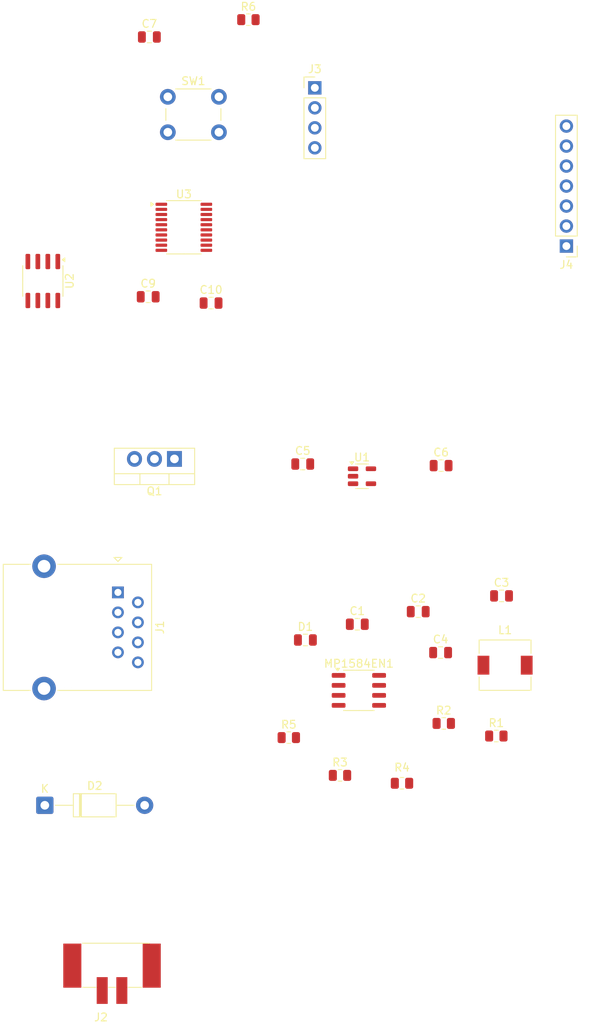
<source format=kicad_pcb>
(kicad_pcb (version 20241229) (generator "pcbnew") (generator_version "9.0")
  (layers (0 "F.Cu" signal) (2 "B.Cu" signal) (13 "F.Paste" user) (15 "B.Paste" user) (5 "F.SilkS" user "F.Silkscreen") (7 "B.SilkS" user "B.Silkscreen") (1 "F.Mask" user) (3 "B.Mask" user) (25 "Edge.Cuts" user))
  (net 0 "")
  (net 1 "GND")
  (net 2 "/NRST")
  (net 3 "+24V")
  (net 4 "/A485")
  (net 5 "/B485")
  (net 6 "/SWIM")
  (net 7 "+3.3V")
  (net 8 "/SV_SIGNAL")
  (net 9 "Net-(J2-Pin_1)")
  (net 10 "+5V")
  (net 12 "/485_EN")
  (net 13 "/UART_TX")
  (net 14 "/UART_RX")
  (net 15 "/S1")
  (net 19 "/S0")
  (net 21 "/S3")
  (net 22 "/A_IN")
  (net 26 "/S2")
  (net 27 "Net-(U3-VCAP)")
  (net 28 "Net-(MP1584EN1-COMP)")
  (net 29 "Net-(C3-Pad2)")
  (net 30 "Net-(MP1584EN1-BST)")
  (net 31 "Net-(D1-K)")
  (net 32 "Net-(MP1584EN1-EN)")
  (net 33 "Net-(MP1584EN1-FREQ)")
  (net 34 "Net-(MP1584EN1-FB)")
  (footprint "Capacitor_SMD:C_0805_2012Metric" (layer "F.Cu") (at 34.15 20.2)
    (property "Reference" "C7" (at 0 -1.68 0) (layer "F.SilkS"))
    (property "Value" "0.1uF")
    (fp_line (start -0.261252 -0.735) (end 0.261252 -0.735) (stroke (width 0.12)) (layer "F.SilkS"))
    (fp_line (start -0.261252 0.735) (end 0.261252 0.735) (stroke (width 0.12)) (layer "F.SilkS"))
    (pad "1" smd roundrect (at -0.95 0) (size 1 1.45) (layers "F.Cu" "F.Mask" "F.Paste") (net 2 "/NRST"))
    (pad "2" smd roundrect (at 0.95 0) (size 1 1.45) (layers "F.Cu" "F.Mask" "F.Paste") (net 1 "GND"))
  )
  (footprint "Capacitor_SMD:C_0805_2012Metric" (layer "F.Cu") (at 42 54)
    (property "Reference" "C10" (at 0 -1.68 0) (layer "F.SilkS"))
    (property "Value" "0.1uF")
    (fp_line (start -0.261252 -0.735) (end 0.261252 -0.735) (stroke (width 0.12)) (layer "F.SilkS"))
    (fp_line (start -0.261252 0.735) (end 0.261252 0.735) (stroke (width 0.12)) (layer "F.SilkS"))
    (pad "1" smd roundrect (at -0.95 0) (size 1 1.45) (layers "F.Cu" "F.Mask" "F.Paste") (net 1 "GND"))
    (pad "2" smd roundrect (at 0.95 0) (size 1 1.45) (layers "F.Cu" "F.Mask" "F.Paste") (net 7 "+3.3V"))
  )
  (footprint "Connector_PinHeader_2.54mm:PinHeader_1x04_P2.54mm_Vertical" (layer "F.Cu") (at 55.2 26.66)
    (property "Reference" "J3" (at 0 -2.38 0) (layer "F.SilkS"))
    (property "Value" "Conn_01x04")
    (fp_line (start -1.38 -1.38) (end 0 -1.38) (stroke (width 0.12)) (layer "F.SilkS"))
    (fp_line (start -1.38 0) (end -1.38 -1.38) (stroke (width 0.12)) (layer "F.SilkS"))
    (fp_line (start -1.38 1.27) (end -1.38 9) (stroke (width 0.12)) (layer "F.SilkS"))
    (fp_line (start -1.38 1.27) (end 1.38 1.27) (stroke (width 0.12)) (layer "F.SilkS"))
    (fp_line (start -1.38 9) (end 1.38 9) (stroke (width 0.12)) (layer "F.SilkS"))
    (fp_line (start 1.38 1.27) (end 1.38 9) (stroke (width 0.12)) (layer "F.SilkS"))
    (pad "1" thru_hole rect (at 0 0) (size 1.7 1.7) (drill 1) (layers "*.Cu" "*.Mask") (net 7 "+3.3V"))
    (pad "2" thru_hole circle (at 0 2.54) (size 1.7 1.7) (drill 1) (layers "*.Cu" "*.Mask") (net 1 "GND"))
    (pad "3" thru_hole circle (at 0 5.08) (size 1.7 1.7) (drill 1) (layers "*.Cu" "*.Mask") (net 2 "/NRST"))
    (pad "4" thru_hole circle (at 0 7.62) (size 1.7 1.7) (drill 1) (layers "*.Cu" "*.Mask") (net 6 "/SWIM"))
  )
  (footprint "Resistor_SMD:R_0805_2012Metric" (layer "F.Cu") (at 66.2875 115)
    (property "Reference" "R4" (at 0 -2 0) (layer "F.SilkS"))
    (property "Value" "100k")
    (fp_line (start -0.227064 -0.735) (end 0.227064 -0.735) (stroke (width 0.12)) (layer "F.SilkS"))
    (fp_line (start -0.227064 0.735) (end 0.227064 0.735) (stroke (width 0.12)) (layer "F.SilkS"))
    (pad "1" smd roundrect (at -0.9125 0) (size 1.025 1.4) (layers "F.Cu" "F.Mask" "F.Paste") (roundrect_rratio 0.243902) (net 33 "Net-(MP1584EN1-FREQ)"))
    (pad "2" smd roundrect (at 0.9125 0) (size 1.025 1.4) (layers "F.Cu" "F.Mask" "F.Paste") (roundrect_rratio 0.243902) (net 1 "GND"))
  )
  (footprint "Capacitor_SMD:C_0805_2012Metric" (layer "F.Cu") (at 71.2625 74.65)
    (property "Reference" "C6" (at 0 -1.68 0) (layer "F.SilkS"))
    (property "Value" "1uF")
    (fp_line (start -0.261252 -0.735) (end 0.261252 -0.735) (stroke (width 0.12)) (layer "F.SilkS"))
    (fp_line (start -0.261252 0.735) (end 0.261252 0.735) (stroke (width 0.12)) (layer "F.SilkS"))
    (pad "1" smd roundrect (at -0.95 0) (size 1 1.45) (layers "F.Cu" "F.Mask" "F.Paste") (net 7 "+3.3V"))
    (pad "2" smd roundrect (at 0.95 0) (size 1 1.45) (layers "F.Cu" "F.Mask" "F.Paste") (net 1 "GND"))
  )
  (footprint "Package_SO:SOIC-8_3.9x4.9mm_P1.27mm" (layer "F.Cu") (at 20.6 51.2 -90)
    (property "Reference" "U2" (at 0 -3.4 90) (layer "F.SilkS"))
    (property "Value" "MAX485E")
    (fp_line (start 0 2.559999) (end -1.95 2.56) (stroke (width 0.12)) (layer "F.SilkS"))
    (fp_line (start 0 2.559999) (end 1.95 2.56) (stroke (width 0.12)) (layer "F.SilkS"))
    (fp_line (start 0 -2.559999) (end -1.95 -2.56) (stroke (width 0.12)) (layer "F.SilkS"))
    (fp_line (start 0 -2.559999) (end 1.95 -2.56) (stroke (width 0.12)) (layer "F.SilkS"))
    (fp_poly (pts (xy -2.7 -2.465) (xy -2.939999 -2.795) (xy -2.46 -2.795)) (stroke (width 0.12)) (fill yes) (layer "F.SilkS"))
    (pad "1" smd roundrect (at -2.475 -1.905 270) (size 1.95 0.6) (layers "F.Cu" "F.Mask" "F.Paste") (net 14 "/UART_RX"))
    (pad "2" smd roundrect (at -2.475 -0.635 270) (size 1.95 0.6) (layers "F.Cu" "F.Mask" "F.Paste") (net 12 "/485_EN"))
    (pad "3" smd roundrect (at -2.475 0.635 270) (size 1.95 0.6) (layers "F.Cu" "F.Mask" "F.Paste") (net 12 "/485_EN"))
    (pad "4" smd roundrect (at -2.475 1.905 270) (size 1.95 0.6) (layers "F.Cu" "F.Mask" "F.Paste") (net 13 "/UART_TX"))
    (pad "5" smd roundrect (at 2.475 1.905 270) (size 1.95 0.6) (layers "F.Cu" "F.Mask" "F.Paste") (net 1 "GND"))
    (pad "6" smd roundrect (at 2.475 0.635 270) (size 1.95 0.6) (layers "F.Cu" "F.Mask" "F.Paste") (net 4 "/A485"))
    (pad "7" smd roundrect (at 2.475 -0.635 270) (size 1.95 0.6) (layers "F.Cu" "F.Mask" "F.Paste") (net 5 "/B485"))
    (pad "8" smd roundrect (at 2.475 -1.905 270) (size 1.95 0.6) (layers "F.Cu" "F.Mask" "F.Paste") (net 10 "+5V"))
  )
  (footprint "Resistor_SMD:R_0805_2012Metric" (layer "F.Cu") (at 58.4 114)
    (property "Reference" "R3" (at 0 -1.65 0) (layer "F.SilkS"))
    (property "Value" "100k")
    (fp_line (start -0.227064 -0.735) (end 0.227064 -0.735) (stroke (width 0.12)) (layer "F.SilkS"))
    (fp_line (start -0.227064 0.735) (end 0.227064 0.735) (stroke (width 0.12)) (layer "F.SilkS"))
    (pad "1" smd roundrect (at -0.9125 0) (size 1.025 1.4) (layers "F.Cu" "F.Mask" "F.Paste") (roundrect_rratio 0.243902) (net 1 "GND"))
    (pad "2" smd roundrect (at 0.9125 0) (size 1.025 1.4) (layers "F.Cu" "F.Mask" "F.Paste") (roundrect_rratio 0.243902) (net 29 "Net-(C3-Pad2)"))
  )
  (footprint "Capacitor_SMD:C_0805_2012Metric" (layer "F.Cu") (at 71.2 98.4)
    (property "Reference" "C4" (at 0 -1.68 0) (layer "F.SilkS"))
    (property "Value" "100nF")
    (fp_line (start -0.261252 -0.735) (end 0.261252 -0.735) (stroke (width 0.12)) (layer "F.SilkS"))
    (fp_line (start -0.261252 0.735) (end 0.261252 0.735) (stroke (width 0.12)) (layer "F.SilkS"))
    (pad "1" smd roundrect (at -0.95 0) (size 1 1.45) (layers "F.Cu" "F.Mask" "F.Paste") (net 30 "Net-(MP1584EN1-BST)"))
    (pad "2" smd roundrect (at 0.95 0) (size 1 1.45) (layers "F.Cu" "F.Mask" "F.Paste") (net 31 "Net-(D1-K)"))
  )
  (footprint "Resistor_SMD:R_0805_2012Metric" (layer "F.Cu") (at 78.2875 109)
    (property "Reference" "R1" (at 0 -1.65 0) (layer "F.SilkS"))
    (property "Value" "210k")
    (fp_line (start -0.227064 -0.735) (end 0.227064 -0.735) (stroke (width 0.12)) (layer "F.SilkS"))
    (fp_line (start -0.227064 0.735) (end 0.227064 0.735) (stroke (width 0.12)) (layer "F.SilkS"))
    (pad "1" smd roundrect (at -0.9125 0) (size 1.025 1.4) (layers "F.Cu" "F.Mask" "F.Paste") (roundrect_rratio 0.243902) (net 34 "Net-(MP1584EN1-FB)"))
    (pad "2" smd roundrect (at 0.9125 0) (size 1.025 1.4) (layers "F.Cu" "F.Mask" "F.Paste") (roundrect_rratio 0.243902) (net 10 "+5V"))
  )
  (footprint "Package_SO:TSSOP-20_4.4x6.5mm_P0.65mm" (layer "F.Cu") (at 38.5375 44.375)
    (property "Reference" "U3" (at 0 -4.2 0) (layer "F.SilkS"))
    (property "Value" "STM8S003F3P")
    (fp_line (start 0 -3.385) (end -2.2 -3.385) (stroke (width 0.12)) (layer "F.SilkS"))
    (fp_line (start 0 -3.385) (end 2.2 -3.385) (stroke (width 0.12)) (layer "F.SilkS"))
    (fp_line (start 0 3.385) (end -2.2 3.385) (stroke (width 0.12)) (layer "F.SilkS"))
    (fp_line (start 0 3.385) (end 2.2 3.385) (stroke (width 0.12)) (layer "F.SilkS"))
    (fp_poly (pts (xy -3.86 -2.925) (xy -4.19 -2.685) (xy -4.19 -3.165)) (stroke (width 0.12)) (fill yes) (layer "F.SilkS"))
    (pad "1" smd roundrect (at -2.8625 -2.925) (size 1.475 0.4) (layers "F.Cu" "F.Mask" "F.Paste") (net 12 "/485_EN"))
    (pad "2" smd roundrect (at -2.8625 -2.275) (size 1.475 0.4) (layers "F.Cu" "F.Mask" "F.Paste") (net 13 "/UART_TX"))
    (pad "3" smd roundrect (at -2.8625 -1.625) (size 1.475 0.4) (layers "F.Cu" "F.Mask" "F.Paste") (net 14 "/UART_RX"))
    (pad "4" smd roundrect (at -2.8625 -0.975) (size 1.475 0.4) (layers "F.Cu" "F.Mask" "F.Paste"))
    (pad "5" smd roundrect (at -2.8625 -0.325) (size 1.475 0.4) (layers "F.Cu" "F.Mask" "F.Paste"))
    (pad "6" smd roundrect (at -2.8625 0.325) (size 1.475 0.4) (layers "F.Cu" "F.Mask" "F.Paste"))
    (pad "7" smd roundrect (at -2.8625 0.975) (size 1.475 0.4) (layers "F.Cu" "F.Mask" "F.Paste") (net 1 "GND"))
    (pad "8" smd roundrect (at -2.8625 1.625) (size 1.475 0.4) (layers "F.Cu" "F.Mask" "F.Paste") (net 27 "Net-(U3-VCAP)"))
    (pad "9" smd roundrect (at -2.8625 2.275) (size 1.475 0.4) (layers "F.Cu" "F.Mask" "F.Paste") (net 7 "+3.3V"))
    (pad "10" smd roundrect (at -2.8625 2.925) (size 1.475 0.4) (layers "F.Cu" "F.Mask" "F.Paste"))
    (pad "11" smd roundrect (at 2.8625 2.925) (size 1.475 0.4) (layers "F.Cu" "F.Mask" "F.Paste"))
    (pad "12" smd roundrect (at 2.8625 2.275) (size 1.475 0.4) (layers "F.Cu" "F.Mask" "F.Paste") (net 22 "/A_IN"))
    (pad "13" smd roundrect (at 2.8625 1.625) (size 1.475 0.4) (layers "F.Cu" "F.Mask" "F.Paste"))
    (pad "14" smd roundrect (at 2.8625 0.975) (size 1.475 0.4) (layers "F.Cu" "F.Mask" "F.Paste") (net 19 "/S0"))
    (pad "15" smd roundrect (at 2.8625 0.325) (size 1.475 0.4) (layers "F.Cu" "F.Mask" "F.Paste") (net 15 "/S1"))
    (pad "16" smd roundrect (at 2.8625 -0.325) (size 1.475 0.4) (layers "F.Cu" "F.Mask" "F.Paste") (net 26 "/S2"))
    (pad "17" smd roundrect (at 2.8625 -0.975) (size 1.475 0.4) (layers "F.Cu" "F.Mask" "F.Paste") (net 21 "/S3"))
    (pad "18" smd roundrect (at 2.8625 -1.625) (size 1.475 0.4) (layers "F.Cu" "F.Mask" "F.Paste") (net 6 "/SWIM"))
    (pad "19" smd roundrect (at 2.8625 -2.275) (size 1.475 0.4) (layers "F.Cu" "F.Mask" "F.Paste") (net 8 "/SV_SIGNAL"))
    (pad "20" smd roundrect (at 2.8625 -2.925) (size 1.475 0.4) (layers "F.Cu" "F.Mask" "F.Paste"))
  )
  (footprint "Package_TO_SOT_SMD:SOT-23-5" (layer "F.Cu") (at 61.2 76)
    (property "Reference" "U1" (at 0 -2.4 0) (layer "F.SilkS"))
    (property "Value" "AP2112K-3.3")
    (fp_line (start 0 -1.56) (end -0.8 -1.56) (stroke (width 0.12)) (layer "F.SilkS"))
    (fp_line (start 0 -1.56) (end 0.8 -1.56) (stroke (width 0.12)) (layer "F.SilkS"))
    (fp_line (start 0 1.56) (end -0.8 1.56) (stroke (width 0.12)) (layer "F.SilkS"))
    (fp_line (start 0 1.56) (end 0.8 1.56) (stroke (width 0.12)) (layer "F.SilkS"))
    (fp_poly (pts (xy -1.3 -1.51) (xy -1.54 -1.84) (xy -1.06 -1.84)) (stroke (width 0.12)) (fill yes) (layer "F.SilkS"))
    (pad "1" smd roundrect (at -1.1375 -0.95) (size 1.325 0.6) (layers "F.Cu" "F.Mask" "F.Paste") (net 10 "+5V"))
    (pad "2" smd roundrect (at -1.1375 0) (size 1.325 0.6) (layers "F.Cu" "F.Mask" "F.Paste") (net 1 "GND"))
    (pad "3" smd roundrect (at -1.1375 0.95) (size 1.325 0.6) (layers "F.Cu" "F.Mask" "F.Paste") (net 10 "+5V"))
    (pad "4" smd roundrect (at 1.1375 0.95) (size 1.325 0.6) (layers "F.Cu" "F.Mask" "F.Paste"))
    (pad "5" smd roundrect (at 1.1375 -0.95) (size 1.325 0.6) (layers "F.Cu" "F.Mask" "F.Paste") (net 7 "+3.3V"))
  )
  (footprint "TerminalBlock_Phoenix:TerminalBlock_Phoenix_PTSM-0,5-2-2,5-V-SMD_1x02-1MP_P2.50mm_Vertical" (layer "F.Cu") (at 29.4 139.2)
    (property "Reference" "J2" (at -1.4 5.53 0) (layer "F.SilkS"))
    (property "Value" "Screw_Terminal_01x02")
    (fp_line (start -3.75 -3.88) (end 4.75 -3.88) (stroke (width 0.12)) (layer "F.SilkS"))
    (fp_line (start -2.05 1.73) (end -3.75 1.73) (stroke (width 0.12)) (layer "F.SilkS"))
    (fp_line (start 0.45 1.73) (end -0.45 1.73) (stroke (width 0.12)) (layer "F.SilkS"))
    (fp_line (start 3.75 1.73) (end 2.05 1.73) (stroke (width 0.12)) (layer "F.SilkS"))
    (pad "1" smd rect (at -1.25 2.13 180) (size 1.4 3.4) (layers "F.Cu" "F.Mask" "F.Paste") (net 9 "Net-(J2-Pin_1)"))
    (pad "2" smd rect (at 1.25 2.13 180) (size 1.4 3.4) (layers "F.Cu" "F.Mask" "F.Paste") (net 3 "+24V"))
    (pad "MP" smd rect (at -5.05 -1.03 180) (size 2.3 5.6) (layers "F.Cu" "F.Mask" "F.Paste"))
    (pad "MP" smd rect (at 5.05 -1.03 180) (size 2.3 5.6) (layers "F.Cu" "F.Mask" "F.Paste"))
  )
  (footprint "Capacitor_SMD:C_0805_2012Metric" (layer "F.Cu") (at 78.95 91.2)
    (property "Reference" "C3" (at 0 -1.68 0) (layer "F.SilkS"))
    (property "Value" "150pF")
    (fp_line (start -0.261252 -0.735) (end 0.261252 -0.735) (stroke (width 0.12)) (layer "F.SilkS"))
    (fp_line (start -0.261252 0.735) (end 0.261252 0.735) (stroke (width 0.12)) (layer "F.SilkS"))
    (pad "1" smd roundrect (at -0.95 0) (size 1 1.45) (layers "F.Cu" "F.Mask" "F.Paste") (net 28 "Net-(MP1584EN1-COMP)"))
    (pad "2" smd roundrect (at 0.95 0) (size 1 1.45) (layers "F.Cu" "F.Mask" "F.Paste") (net 29 "Net-(C3-Pad2)"))
  )
  (footprint "Capacitor_SMD:C_0805_2012Metric" (layer "F.Cu") (at 68.35 93.2)
    (property "Reference" "C2" (at 0 -1.68 0) (layer "F.SilkS"))
    (property "Value" "22uF 6.3V")
    (fp_line (start -0.261252 -0.735) (end 0.261252 -0.735) (stroke (width 0.12)) (layer "F.SilkS"))
    (fp_line (start -0.261252 0.735) (end 0.261252 0.735) (stroke (width 0.12)) (layer "F.SilkS"))
    (pad "1" smd roundrect (at -0.95 0) (size 1 1.45) (layers "F.Cu" "F.Mask" "F.Paste") (net 1 "GND"))
    (pad "2" smd roundrect (at 0.95 0) (size 1 1.45) (layers "F.Cu" "F.Mask" "F.Paste") (net 10 "+5V"))
  )
  (footprint "Connector_RJ:RJ45_Ninigi_GE" (layer "F.Cu") (at 30.155 90.755001 -90)
    (property "Reference" "J1" (at 4.445 -5.34 90) (layer "F.SilkS"))
    (property "Value" "8P8C")
    (fp_line (start 12.455 14.59) (end -3.565 14.59) (stroke (width 0.12)) (layer "F.SilkS"))
    (fp_line (start 12.455 11.150001) (end 12.455 14.59) (stroke (width 0.12)) (layer "F.SilkS"))
    (fp_line (start -3.565 11.15) (end -3.565 14.59) (stroke (width 0.12)) (layer "F.SilkS"))
    (fp_line (start -4.441 0.508) (end -3.933 0) (stroke (width 0.12)) (layer "F.SilkS"))
    (fp_line (start -3.933 0) (end -4.441 -0.508) (stroke (width 0.12)) (layer "F.SilkS"))
    (fp_line (start -4.441 -0.508) (end -4.441 0.508) (stroke (width 0.12)) (layer "F.SilkS"))
    (fp_line (start -3.565 -4.28) (end -3.565 7.65) (stroke (width 0.12)) (layer "F.SilkS"))
    (fp_line (start 12.455 -4.28) (end 12.455 7.65) (stroke (width 0.12)) (layer "F.SilkS"))
    (fp_line (start 12.455 -4.28) (end -3.565 -4.28) (stroke (width 0.12)) (layer "F.SilkS"))
    (pad "" np_thru_hole circle (at -1.270001 6.35 270) (size 3.25 3.25) (drill 3.25) (layers "*.Cu" "*.Mask"))
    (pad "" np_thru_hole circle (at 10.16 6.35 90) (size 3.25 3.25) (drill 3.25) (layers "*.Cu" "*.Mask"))
    (pad "1" thru_hole rect (at 0 0 90) (size 1.5 1.5) (drill 0.9) (layers "*.Cu" "*.Mask") (net 4 "/A485"))
    (pad "2" thru_hole circle (at 1.27 -2.54 90) (size 1.5 1.5) (drill 0.9) (layers "*.Cu" "*.Mask") (net 5 "/B485"))
    (pad "3" thru_hole circle (at 2.54 0 90) (size 1.5 1.5) (drill 0.9) (layers "*.Cu" "*.Mask") (net 1 "GND"))
    (pad "4" thru_hole circle (at 3.81 -2.54 90) (size 1.5 1.5) (drill 0.9) (layers "*.Cu" "*.Mask") (net 1 "GND"))
    (pad "5" thru_hole circle (at 5.079999 0 90) (size 1.5 1.5) (drill 0.9) (layers "*.Cu" "*.Mask") (net 1 "GND"))
    (pad "6" thru_hole circle (at 6.35 -2.54 90) (size 1.5 1.5) (drill 0.9) (layers "*.Cu" "*.Mask") (net 3 "+24V"))
    (pad "7" thru_hole circle (at 7.62 0 90) (size 1.5 1.5) (drill 0.9) (layers "*.Cu" "*.Mask") (net 3 "+24V"))
    (pad "8" thru_hole circle (at 8.89 -2.54 90) (size 1.5 1.5) (drill 0.9) (layers "*.Cu" "*.Mask") (net 3 "+24V"))
    (pad "SH" thru_hole circle (at -3.325 9.4 270) (size 3 3) (drill 1.6) (layers "*.Cu" "*.Mask"))
    (pad "SH" thru_hole circle (at 12.215 9.4 90) (size 3 3) (drill 1.6) (layers "*.Cu" "*.Mask"))
  )
  (footprint "Capacitor_SMD:C_0805_2012Metric" (layer "F.Cu") (at 54 96.8)
    (property "Reference" "D1" (at 0 -1.68 0) (layer "F.SilkS"))
    (property "Value" "~")
    (fp_line (start -0.261252 -0.735) (end 0.261252 -0.735) (stroke (width 0.12)) (layer "F.SilkS"))
    (fp_line (start -0.261252 0.735) (end 0.261252 0.735) (stroke (width 0.12)) (layer "F.SilkS"))
    (pad "1" smd roundrect (at -0.95 0) (size 1 1.45) (layers "F.Cu" "F.Mask" "F.Paste") (net 31 "Net-(D1-K)"))
    (pad "2" smd roundrect (at 0.95 0) (size 1 1.45) (layers "F.Cu" "F.Mask" "F.Paste") (net 1 "GND"))
  )
  (footprint "Resistor_SMD:R_0805_2012Metric" (layer "F.Cu") (at 46.75 18)
    (property "Reference" "R6" (at 0 -1.65 0) (layer "F.SilkS"))
    (property "Value" "10K")
    (fp_line (start -0.227064 -0.735) (end 0.227064 -0.735) (stroke (width 0.12)) (layer "F.SilkS"))
    (fp_line (start -0.227064 0.735) (end 0.227064 0.735) (stroke (width 0.12)) (layer "F.SilkS"))
    (pad "1" smd roundrect (at -0.9125 0) (size 1.025 1.4) (layers "F.Cu" "F.Mask" "F.Paste") (roundrect_rratio 0.243902) (net 10 "+5V"))
    (pad "2" smd roundrect (at 0.9125 0) (size 1.025 1.4) (layers "F.Cu" "F.Mask" "F.Paste") (roundrect_rratio 0.243902) (net 2 "/NRST"))
  )
  (footprint "Package_TO_SOT_THT:TO-220-3_Vertical" (layer "F.Cu") (at 37.34 73.8 180)
    (property "Reference" "Q1" (at 2.54 -4.1 0) (layer "F.SilkS"))
    (property "Value" "IRLZ44N")
    (fp_line (start 7.65 1.36) (end -2.57 1.36) (stroke (width 0.12)) (layer "F.SilkS"))
    (fp_line (start 7.65 -3.26) (end 7.65 1.36) (stroke (width 0.12)) (layer "F.SilkS"))
    (fp_line (start 4.39 -3.26) (end 4.39 -1.88) (stroke (width 0.12)) (layer "F.SilkS"))
    (fp_line (start 0.69 -3.26) (end 0.69 -1.88) (stroke (width 0.12)) (layer "F.SilkS"))
    (fp_line (start -2.57 1.36) (end -2.57 -3.260001) (stroke (width 0.12)) (layer "F.SilkS"))
    (fp_line (start -2.57 -1.88) (end 7.65 -1.88) (stroke (width 0.12)) (layer "F.SilkS"))
    (fp_line (start -2.57 -3.260001) (end 7.65 -3.26) (stroke (width 0.12)) (layer "F.SilkS"))
    (pad "1" thru_hole rect (at 0 0 180) (size 1.905 2) (drill 1.1) (layers "*.Cu" "*.Mask") (net 8 "/SV_SIGNAL"))
    (pad "2" thru_hole oval (at 2.54 0 180) (size 1.905 2) (drill 1.1) (layers "*.Cu" "*.Mask") (net 9 "Net-(J2-Pin_1)"))
    (pad "3" thru_hole oval (at 5.079999 0 180) (size 1.905 2) (drill 1.1) (layers "*.Cu" "*.Mask") (net 1 "GND"))
  )
  (footprint "Inductor_SMD:L_6.3x6.3_H3" (layer "F.Cu") (at 79.4 100)
    (property "Reference" "L1" (at 0 -4.45 0) (layer "F.SilkS"))
    (property "Value" "15uH")
    (fp_line (start -3.3 -3.2) (end 3.3 -3.2) (stroke (width 0.12)) (layer "F.SilkS"))
    (fp_line (start -3.3 -1.5) (end -3.3 -3.2) (stroke (width 0.12)) (layer "F.SilkS"))
    (fp_line (start -3.3 3.2) (end -3.3 1.5) (stroke (width 0.12)) (layer "F.SilkS"))
    (fp_line (start 3.3 -3.2) (end 3.3 -1.5) (stroke (width 0.12)) (layer "F.SilkS"))
    (fp_line (start 3.3 1.5) (end 3.3 3.2) (stroke (width 0.12)) (layer "F.SilkS"))
    (fp_line (start 3.3 3.2) (end -3.3 3.2) (stroke (width 0.12)) (layer "F.SilkS"))
    (pad "1" smd rect (at -2.75 0) (size 1.5 2.4) (layers "F.Cu" "F.Mask" "F.Paste") (net 31 "Net-(D1-K)"))
    (pad "2" smd rect (at 2.75 0) (size 1.5 2.4) (layers "F.Cu" "F.Mask" "F.Paste") (net 10 "+5V"))
  )
  (footprint "Resistor_SMD:R_0805_2012Metric" (layer "F.Cu") (at 71.6 107.4)
    (property "Reference" "R2" (at 0 -1.65 0) (layer "F.SilkS"))
    (property "Value" "40.2k")
    (fp_line (start -0.227064 -0.735) (end 0.227064 -0.735) (stroke (width 0.12)) (layer "F.SilkS"))
    (fp_line (start -0.227064 0.735) (end 0.227064 0.735) (stroke (width 0.12)) (layer "F.SilkS"))
    (pad "1" smd roundrect (at -0.9125 0) (size 1.025 1.4) (layers "F.Cu" "F.Mask" "F.Paste") (roundrect_rratio 0.243902) (net 34 "Net-(MP1584EN1-FB)"))
    (pad "2" smd roundrect (at 0.9125 0) (size 1.025 1.4) (layers "F.Cu" "F.Mask" "F.Paste") (roundrect_rratio 0.243902) (net 1 "GND"))
  )
  (footprint "Capacitor_SMD:C_0805_2012Metric" (layer "F.Cu") (at 53.6625 74.45)
    (property "Reference" "C5" (at 0 -1.68 0) (layer "F.SilkS"))
    (property "Value" "1uF")
    (fp_line (start -0.261252 -0.735) (end 0.261252 -0.735) (stroke (width 0.12)) (layer "F.SilkS"))
    (fp_line (start -0.261252 0.735) (end 0.261252 0.735) (stroke (width 0.12)) (layer "F.SilkS"))
    (pad "1" smd roundrect (at -0.95 0) (size 1 1.45) (layers "F.Cu" "F.Mask" "F.Paste") (net 10 "+5V"))
    (pad "2" smd roundrect (at 0.95 0) (size 1 1.45) (layers "F.Cu" "F.Mask" "F.Paste") (net 1 "GND"))
  )
  (footprint "Capacitor_SMD:C_0805_2012Metric" (layer "F.Cu") (at 34 53.2)
    (property "Reference" "C9" (at 0 -1.68 0) (layer "F.SilkS"))
    (property "Value" "1uF")
    (fp_line (start -0.261252 -0.735) (end 0.261252 -0.735) (stroke (width 0.12)) (layer "F.SilkS"))
    (fp_line (start -0.261252 0.735) (end 0.261252 0.735) (stroke (width 0.12)) (layer "F.SilkS"))
    (pad "1" smd roundrect (at -0.95 0) (size 1 1.45) (layers "F.Cu" "F.Mask" "F.Paste") (net 27 "Net-(U3-VCAP)"))
    (pad "2" smd roundrect (at 0.95 0) (size 1 1.45) (layers "F.Cu" "F.Mask" "F.Paste") (net 1 "GND"))
  )
  (footprint "Diode_THT:D_DO-41_SOD81_P12.70mm_Horizontal" (layer "F.Cu") (at 20.85 117.8)
    (property "Reference" "D2" (at 6.35 -2.47 0) (layer "F.SilkS"))
    (property "Value" "FR107/1N4007")
    (fp_line (start 1.34 0) (end 3.63 0) (stroke (width 0.12)) (layer "F.SilkS"))
    (fp_line (start 4.41 -1.47) (end 4.41 1.47) (stroke (width 0.12)) (layer "F.SilkS"))
    (fp_line (start 4.53 -1.47) (end 4.53 1.47) (stroke (width 0.12)) (layer "F.SilkS"))
    (fp_line (start 4.65 -1.47) (end 4.65 1.47) (stroke (width 0.12)) (layer "F.SilkS"))
    (fp_line (start 11.36 0) (end 9.07 0) (stroke (width 0.12)) (layer "F.SilkS"))
    (fp_rect (start 3.63 -1.47) (end 9.07 1.47) (stroke (width 0.12)) (fill no) (layer "F.SilkS"))
    (fp_text user "K" (at 0 -2.1 0) (layer "F.SilkS"))
    (pad "1" thru_hole roundrect (at 0 0) (size 2.2 2.2) (drill 1.1) (layers "*.Cu" "*.Mask") (roundrect_rratio 0.113636) (net 3 "+24V"))
    (pad "2" thru_hole circle (at 12.7 0) (size 2.2 2.2) (drill 1.1) (layers "*.Cu" "*.Mask") (net 1 "GND"))
  )
  (footprint "Button_Switch_THT:SW_PUSH_6mm" (layer "F.Cu") (at 36.5 27.8)
    (property "Reference" "SW1" (at 3.25 -2 0) (layer "F.SilkS"))
    (property "Value" "RST")
    (fp_line (start -0.25 1.5) (end -0.25 3) (stroke (width 0.12)) (layer "F.SilkS"))
    (fp_line (start 1 5.5) (end 5.5 5.5) (stroke (width 0.12)) (layer "F.SilkS"))
    (fp_line (start 5.5 -1) (end 1 -1) (stroke (width 0.12)) (layer "F.SilkS"))
    (fp_line (start 6.75 3) (end 6.75 1.5) (stroke (width 0.12)) (layer "F.SilkS"))
    (pad "1" thru_hole circle (at 0 0 90) (size 2 2) (drill 1.1) (layers "*.Cu" "*.Mask") (net 1 "GND"))
    (pad "1" thru_hole circle (at 6.5 0 90) (size 2 2) (drill 1.1) (layers "*.Cu" "*.Mask") (net 1 "GND"))
    (pad "2" thru_hole circle (at 0 4.5 90) (size 2 2) (drill 1.1) (layers "*.Cu" "*.Mask") (net 2 "/NRST"))
    (pad "2" thru_hole circle (at 6.5 4.5 90) (size 2 2) (drill 1.1) (layers "*.Cu" "*.Mask") (net 2 "/NRST"))
  )
  (footprint "Capacitor_SMD:C_0805_2012Metric" (layer "F.Cu") (at 60.6 94.8)
    (property "Reference" "C1" (at 0 -1.68 0) (layer "F.SilkS"))
    (property "Value" "10uF 50v")
    (fp_line (start -0.261252 -0.735) (end 0.261252 -0.735) (stroke (width 0.12)) (layer "F.SilkS"))
    (fp_line (start -0.261252 0.735) (end 0.261252 0.735) (stroke (width 0.12)) (layer "F.SilkS"))
    (pad "1" smd roundrect (at -0.95 0) (size 1 1.45) (layers "F.Cu" "F.Mask" "F.Paste") (net 1 "GND"))
    (pad "2" smd roundrect (at 0.95 0) (size 1 1.45) (layers "F.Cu" "F.Mask" "F.Paste") (net 3 "+24V"))
  )
  (footprint "Resistor_SMD:R_0805_2012Metric" (layer "F.Cu") (at 51.8875 109.2)
    (property "Reference" "R5" (at 0 -1.65 0) (layer "F.SilkS"))
    (property "Value" "100k")
    (fp_line (start -0.227064 -0.735) (end 0.227064 -0.735) (stroke (width 0.12)) (layer "F.SilkS"))
    (fp_line (start -0.227064 0.735) (end 0.227064 0.735) (stroke (width 0.12)) (layer "F.SilkS"))
    (pad "1" smd roundrect (at -0.9125 0) (size 1.025 1.4) (layers "F.Cu" "F.Mask" "F.Paste") (roundrect_rratio 0.243902) (net 3 "+24V"))
    (pad "2" smd roundrect (at 0.9125 0) (size 1.025 1.4) (layers "F.Cu" "F.Mask" "F.Paste") (roundrect_rratio 0.243902) (net 32 "Net-(MP1584EN1-EN)"))
  )
  (footprint "Connector_PinHeader_2.54mm:PinHeader_1x07_P2.54mm_Vertical" (layer "F.Cu") (at 87.2 46.76 180)
    (property "Reference" "J4" (at 0 -2.38 0) (layer "F.SilkS"))
    (property "Value" "Conn_01x07")
    (fp_line (start 1.38 1.27) (end 1.38 16.62) (stroke (width 0.12)) (layer "F.SilkS"))
    (fp_line (start -1.379999 0) (end -1.38 -1.38) (stroke (width 0.12)) (layer "F.SilkS"))
    (fp_line (start -1.38 16.62) (end 1.38 16.62) (stroke (width 0.12)) (layer "F.SilkS"))
    (fp_line (start -1.38 1.27) (end 1.38 1.27) (stroke (width 0.12)) (layer "F.SilkS"))
    (fp_line (start -1.38 1.27) (end -1.38 16.62) (stroke (width 0.12)) (layer "F.SilkS"))
    (fp_line (start -1.38 -1.38) (end 0 -1.379999) (stroke (width 0.12)) (layer "F.SilkS"))
    (pad "1" thru_hole rect (at 0 0 180) (size 1.7 1.7) (drill 1) (layers "*.Cu" "*.Mask") (net 22 "/A_IN"))
    (pad "2" thru_hole circle (at 0 2.54 180) (size 1.7 1.7) (drill 1) (layers "*.Cu" "*.Mask") (net 19 "/S0"))
    (pad "3" thru_hole circle (at 0 5.079999 180) (size 1.7 1.7) (drill 1) (layers "*.Cu" "*.Mask") (net 15 "/S1"))
    (pad "4" thru_hole circle (at 0 7.62 180) (size 1.7 1.7) (drill 1) (layers "*.Cu" "*.Mask") (net 26 "/S2"))
    (pad "5" thru_hole circle (at 0 10.16 180) (size 1.7 1.7) (drill 1) (layers "*.Cu" "*.Mask") (net 21 "/S3"))
    (pad "6" thru_hole circle (at 0 12.7 180) (size 1.7 1.7) (drill 1) (layers "*.Cu" "*.Mask") (net 1 "GND"))
    (pad "7" thru_hole circle (at 0 15.24 180) (size 1.7 1.7) (drill 1) (layers "*.Cu" "*.Mask") (net 10 "+5V"))
  )
  (footprint "Package_SO:SO-8_3.9x4.9mm_P1.27mm" (layer "F.Cu") (at 60.8 103.2)
    (property "Reference" "MP1584EN1" (at 0 -3.4 0) (layer "F.SilkS"))
    (property "Value" "~")
    (fp_line (start 0 -2.56) (end -1.95 -2.56) (stroke (width 0.12)) (layer "F.SilkS"))
    (fp_line (start 0 -2.56) (end 1.95 -2.56) (stroke (width 0.12)) (layer "F.SilkS"))
    (fp_line (start 0 2.56) (end -1.95 2.56) (stroke (width 0.12)) (layer "F.SilkS"))
    (fp_line (start 0 2.56) (end 1.95 2.56) (stroke (width 0.12)) (layer "F.SilkS"))
    (fp_poly (pts (xy -2.7 -2.465) (xy -2.94 -2.795) (xy -2.46 -2.795)) (stroke (width 0.12)) (fill yes) (layer "F.SilkS"))
    (pad "1" smd roundrect (at -2.575 -1.905) (size 1.75 0.6) (layers "F.Cu" "F.Mask" "F.Paste") (net 31 "Net-(D1-K)"))
    (pad "2" smd roundrect (at -2.575 -0.635) (size 1.75 0.6) (layers "F.Cu" "F.Mask" "F.Paste") (net 32 "Net-(MP1584EN1-EN)"))
    (pad "3" smd roundrect (at -2.575 0.635) (size 1.75 0.6) (layers "F.Cu" "F.Mask" "F.Paste") (net 28 "Net-(MP1584EN1-COMP)"))
    (pad "4" smd roundrect (at -2.575 1.905) (size 1.75 0.6) (layers "F.Cu" "F.Mask" "F.Paste") (net 34 "Net-(MP1584EN1-FB)"))
    (pad "5" smd roundrect (at 2.575 1.905) (size 1.75 0.6) (layers "F.Cu" "F.Mask" "F.Paste") (net 1 "GND"))
    (pad "6" smd roundrect (at 2.575 0.635) (size 1.75 0.6) (layers "F.Cu" "F.Mask" "F.Paste") (net 33 "Net-(MP1584EN1-FREQ)"))
    (pad "7" smd roundrect (at 2.575 -0.635) (size 1.75 0.6) (layers "F.Cu" "F.Mask" "F.Paste") (net 3 "+24V"))
    (pad "8" smd roundrect (at 2.575 -1.905) (size 1.75 0.6) (layers "F.Cu" "F.Mask" "F.Paste") (net 30 "Net-(MP1584EN1-BST)"))
  )
)
</source>
